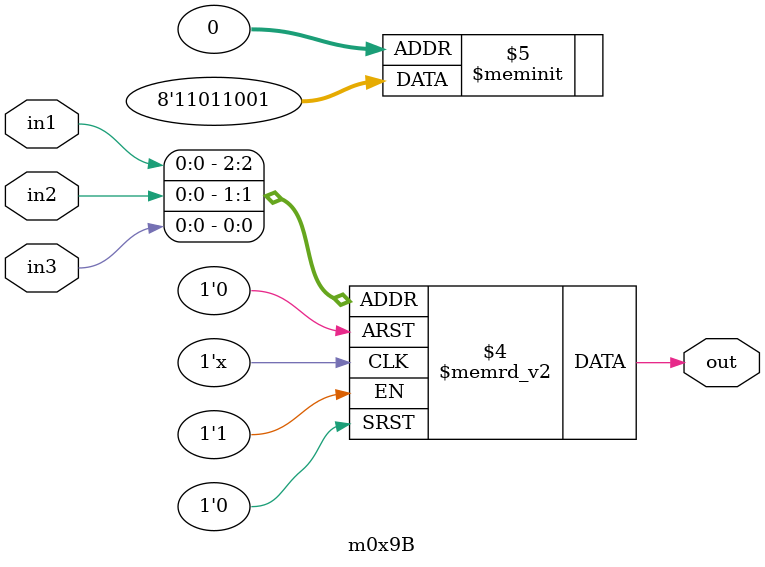
<source format=v>
module m0x9B(output out, input in1, in2, in3);

   always @(in1, in2, in3)
     begin
        case({in1, in2, in3})
          3'b000: {out} = 1'b1;
          3'b001: {out} = 1'b0;
          3'b010: {out} = 1'b0;
          3'b011: {out} = 1'b1;
          3'b100: {out} = 1'b1;
          3'b101: {out} = 1'b0;
          3'b110: {out} = 1'b1;
          3'b111: {out} = 1'b1;
        endcase // case ({in1, in2, in3})
     end // always @ (in1, in2, in3)

endmodule // m0x9B
</source>
